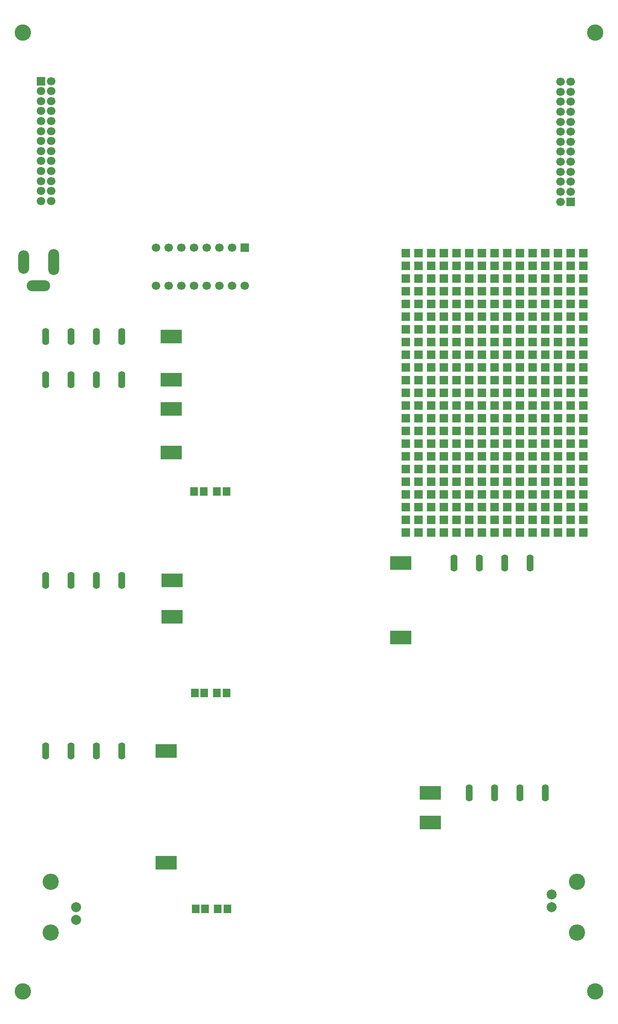
<source format=gbr>
G04 DipTrace 3.3.1.3*
G04 TopMask.gbr*
%MOIN*%
G04 #@! TF.FileFunction,Soldermask,Top*
G04 #@! TF.Part,Single*
%ADD30C,0.1285*%
%ADD38R,0.167874X0.107244*%
%ADD40O,0.055866X0.134606*%
%ADD42C,0.07874*%
%ADD44C,0.127953*%
%ADD46O,0.185039X0.086614*%
%ADD48O,0.086614X0.204724*%
%ADD50O,0.086614X0.185039*%
%ADD52C,0.066929*%
%ADD54R,0.066929X0.066929*%
%ADD56R,0.059055X0.066929*%
%FSLAX26Y26*%
G04*
G70*
G90*
G75*
G01*
G04 TopMask*
%LPD*%
D56*
X2187451Y1231201D3*
X2112648D3*
X2181104Y2931201D3*
X2106301D3*
X2181102Y4518701D3*
X2106299D3*
D54*
X718701Y7749951D3*
D52*
Y7671211D3*
Y7592471D3*
Y7513731D3*
Y7434991D3*
Y7356251D3*
Y7277510D3*
Y7198770D3*
Y7120030D3*
Y7041290D3*
Y6962550D3*
Y6883810D3*
Y6805070D3*
X797441D3*
Y6883810D3*
Y6962550D3*
Y7041290D3*
Y7120030D3*
Y7198770D3*
Y7277510D3*
Y7356251D3*
Y7434991D3*
Y7513731D3*
Y7592471D3*
Y7671211D3*
Y7749951D3*
D54*
X4893701Y6799950D3*
D52*
Y6878690D3*
Y6957430D3*
Y7036171D3*
Y7114911D3*
Y7193651D3*
Y7272391D3*
Y7351131D3*
Y7429871D3*
Y7508612D3*
Y7587352D3*
Y7666092D3*
Y7744832D3*
X4814961D3*
Y7666092D3*
Y7587352D3*
Y7508612D3*
Y7429871D3*
Y7351131D3*
Y7272391D3*
Y7193651D3*
Y7114911D3*
Y7036171D3*
Y6957430D3*
Y6878690D3*
Y6799950D3*
D50*
X581201Y6324950D3*
D48*
X817421D3*
D46*
X699311Y6139911D3*
D44*
X793701Y1043701D3*
X793605Y1443701D3*
D42*
X993717Y1243701D3*
X993606Y1143701D3*
D40*
X1356201Y5737451D3*
X1156201D3*
X956201D3*
X756201D3*
X3974950Y3956201D3*
X4174950D3*
X4374950D3*
X4574950D3*
X4093702Y2143701D3*
X4293702D3*
X4493702D3*
X4693702D3*
X756202Y2474950D3*
X956202D3*
X1156202D3*
X1356202D3*
X756202Y3818701D3*
X956202D3*
X1156202D3*
X1356202D3*
X756202Y5399951D3*
X956202D3*
X1156202D3*
X1356202D3*
D54*
X2324951Y6437451D3*
D52*
X2224951D3*
X2124951D3*
X2024951D3*
X1924951D3*
X1824951D3*
X1724951D3*
X1624951D3*
Y6137451D3*
X1724951D3*
X1824951D3*
X1924951D3*
X2024951D3*
X2124951D3*
X2224951D3*
X2324951D3*
D56*
X1937453Y1231201D3*
X2012256D3*
X1931202Y2931201D3*
X2006005D3*
X1924951Y4518701D3*
X1999755D3*
D38*
X1743712Y5737461D3*
X1743713Y5399941D3*
Y5168720D3*
Y4824941D3*
X3556201Y3956210D3*
Y3368701D3*
X1749951Y3818701D3*
Y3531201D3*
X3787457Y2143701D3*
Y1912450D3*
X1706197Y2474950D3*
X1706207Y1593701D3*
D44*
X4943701Y1443701D3*
X4943797Y1043701D3*
D42*
X4743685Y1243701D3*
X4743795Y1343701D3*
D30*
X574950Y8131201D3*
X5087451D3*
X574950Y581201D3*
X5087451D3*
D54*
X3593701Y6393701D3*
X3693701D3*
X3793701D3*
X3893701D3*
X3993701D3*
X4093701D3*
X4193701D3*
X4293701D3*
X4393701D3*
X4493701D3*
X4593701D3*
X4693701D3*
X3593701Y6293701D3*
X3693701D3*
X3793701D3*
X3893701D3*
X3993701D3*
X4093701D3*
X3593701Y6193701D3*
X3693701D3*
X3793701D3*
X3893701D3*
X3993701D3*
X4093701D3*
X3593701Y6093701D3*
X3693701D3*
X3793701D3*
X3893701D3*
X3993701D3*
X4093701D3*
X4193701Y6293701D3*
X4293701D3*
X4393701D3*
X4493701D3*
X4593701D3*
X4693701D3*
X4193701Y6193701D3*
X4293701D3*
X4393701D3*
X4493701D3*
X4593701D3*
X4693701D3*
X4193701Y6093701D3*
X4293701D3*
X4393701D3*
X4493701D3*
X4593701D3*
X4693701D3*
X3593701Y5993701D3*
X3693701D3*
X3793701D3*
X3893701D3*
X3993701D3*
X4093701D3*
X4193701D3*
X4293701D3*
X4393701D3*
X4493701D3*
X4593701D3*
X4693701D3*
X3593701Y5893701D3*
X3693701D3*
X3793701D3*
X3893701D3*
X3993701D3*
X4093701D3*
X3593701Y5793701D3*
X3693701D3*
X3793701D3*
X3893701D3*
X3993701D3*
X4093701D3*
X3593701Y5693701D3*
X3693701D3*
X3793701D3*
X3893701D3*
X3993701D3*
X4093701D3*
X4193701Y5893701D3*
X4293701D3*
X4393701D3*
X4493701D3*
X4593701D3*
X4693701D3*
X4193701Y5793701D3*
X4293701D3*
X4393701D3*
X4493701D3*
X4593701D3*
X4693701D3*
X4193701Y5693701D3*
X4293701D3*
X4393701D3*
X4493701D3*
X4593701D3*
X4693701D3*
X3593701Y5593701D3*
X3693701D3*
X3793701D3*
X3893701D3*
X3993701D3*
X4093701D3*
X4193701D3*
X4293701D3*
X4393701D3*
X4493701D3*
X4593701D3*
X4693701D3*
X3593701Y5493701D3*
X3693701D3*
X3793701D3*
X3893701D3*
X3993701D3*
X4093701D3*
X3593701Y5393701D3*
X3693701D3*
X3793701D3*
X3893701D3*
X3993701D3*
X4093701D3*
X3593701Y5293701D3*
X3693701D3*
X3793701D3*
X3893701D3*
X3993701D3*
X4093701D3*
X4193701Y5493701D3*
X4293701D3*
X4393701D3*
X4493701D3*
X4593701D3*
X4693701D3*
X4193701Y5393701D3*
X4293701D3*
X4393701D3*
X4493701D3*
X4593701D3*
X4693701D3*
X4193701Y5293701D3*
X4293701D3*
X4393701D3*
X4493701D3*
X4593701D3*
X4693701D3*
X3593701Y5193701D3*
X3693701D3*
X3793701D3*
X3893701D3*
X3993701D3*
X4093701D3*
X4193701D3*
X4293701D3*
X4393701D3*
X4493701D3*
X4593701D3*
X4693701D3*
X3593701Y5093701D3*
X3693701D3*
X3793701D3*
X3893701D3*
X3993701D3*
X4093701D3*
X3593701Y4993701D3*
X3693701D3*
X3793701D3*
X3893701D3*
X3993701D3*
X4093701D3*
X3593701Y4893701D3*
X3693701D3*
X3793701D3*
X3893701D3*
X3993701D3*
X4093701D3*
X4193701Y5093701D3*
X4293701D3*
X4393701D3*
X4493701D3*
X4593701D3*
X4693701D3*
X4193701Y4993701D3*
X4293701D3*
X4393701D3*
X4493701D3*
X4593701D3*
X4693701D3*
X4193701Y4893701D3*
X4293701D3*
X4393701D3*
X4493701D3*
X4593701D3*
X4693701D3*
X3593701Y4793701D3*
X3693701D3*
X3793701D3*
X3893701D3*
X3993701D3*
X4093701D3*
X4193701D3*
X4293701D3*
X4393701D3*
X4493701D3*
X4593701D3*
X4693701D3*
X3593701Y4693701D3*
X3693701D3*
X3793701D3*
X3893701D3*
X3993701D3*
X4093701D3*
X3593701Y4593701D3*
X3693701D3*
X3793701D3*
X3893701D3*
X3993701D3*
X4093701D3*
X3593701Y4493701D3*
X3693701D3*
X3793701D3*
X3893701D3*
X3993701D3*
X4093701D3*
X4193701Y4693701D3*
X4293701D3*
X4393701D3*
X4493701D3*
X4593701D3*
X4693701D3*
X4193701Y4593701D3*
X4293701D3*
X4393701D3*
X4493701D3*
X4593701D3*
X4693701D3*
X4193701Y4493701D3*
X4293701D3*
X4393701D3*
X4493701D3*
X4593701D3*
X4693701D3*
X4793701Y6393701D3*
X4893701D3*
X4993701D3*
X4793701Y6293701D3*
X4893701D3*
X4993701D3*
X4793701Y6193701D3*
X4893701D3*
X4993701D3*
X4793701Y6093701D3*
X4893701D3*
X4993701D3*
X4793701Y5993701D3*
X4893701D3*
X4993701D3*
X4793701Y5893701D3*
X4893701D3*
X4993701D3*
X4793701Y5793701D3*
X4893701D3*
X4993701D3*
X4793701Y5693701D3*
X4893701D3*
X4993701D3*
X4793701Y5593701D3*
X4893701D3*
X4993701D3*
X4793701Y5493701D3*
X4893701D3*
X4993701D3*
X4793701Y5393701D3*
X4893701D3*
X4993701D3*
X4793701Y5293701D3*
X4893701D3*
X4993701D3*
X4793701Y5193701D3*
X4893701D3*
X4993701D3*
X4793701Y5093701D3*
X4893701D3*
X4993701D3*
X4793701Y4993701D3*
X4893701D3*
X4993701D3*
X4793701Y4893701D3*
X4893701D3*
X4993701D3*
X4793701Y4793701D3*
X4893701D3*
X4993701D3*
X4793701Y4693701D3*
X4893701D3*
X4993701D3*
X4793701Y4593701D3*
X4893701D3*
X4993701D3*
X4793701Y4493701D3*
X4893701D3*
X4993701D3*
X3593701Y4393701D3*
X3693701D3*
X3793701D3*
X3893701D3*
X3993701D3*
X4093701D3*
X3593701Y4293701D3*
X3693701D3*
X3793701D3*
X3893701D3*
X3993701D3*
X4093701D3*
X3593701Y4193701D3*
X3693701D3*
X3793701D3*
X3893701D3*
X3993701D3*
X4093701D3*
X4193701Y4393701D3*
X4293701D3*
X4393701D3*
X4493701D3*
X4593701D3*
X4693701D3*
X4193701Y4293701D3*
X4293701D3*
X4393701D3*
X4493701D3*
X4593701D3*
X4693701D3*
X4193701Y4193701D3*
X4293701D3*
X4393701D3*
X4493701D3*
X4593701D3*
X4693701D3*
X4793701Y4393701D3*
X4893701D3*
X4993701D3*
X4793701Y4293701D3*
X4893701D3*
X4993701D3*
X4793701Y4193701D3*
X4893701D3*
X4993701D3*
M02*

</source>
